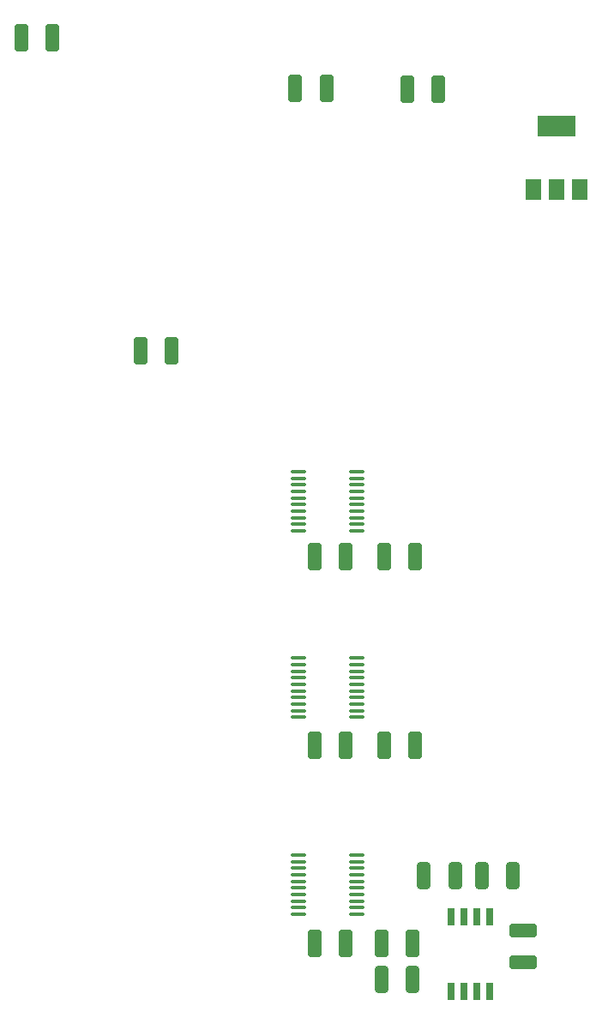
<source format=gbr>
%TF.GenerationSoftware,KiCad,Pcbnew,(6.0.8-1)-1*%
%TF.CreationDate,2023-09-26T17:12:20+03:00*%
%TF.ProjectId,A410_Podule_Ram_RPI,41343130-5f50-46f6-9475-6c655f52616d,rev?*%
%TF.SameCoordinates,Original*%
%TF.FileFunction,Paste,Top*%
%TF.FilePolarity,Positive*%
%FSLAX46Y46*%
G04 Gerber Fmt 4.6, Leading zero omitted, Abs format (unit mm)*
G04 Created by KiCad (PCBNEW (6.0.8-1)-1) date 2023-09-26 17:12:20*
%MOMM*%
%LPD*%
G01*
G04 APERTURE LIST*
G04 Aperture macros list*
%AMRoundRect*
0 Rectangle with rounded corners*
0 $1 Rounding radius*
0 $2 $3 $4 $5 $6 $7 $8 $9 X,Y pos of 4 corners*
0 Add a 4 corners polygon primitive as box body*
4,1,4,$2,$3,$4,$5,$6,$7,$8,$9,$2,$3,0*
0 Add four circle primitives for the rounded corners*
1,1,$1+$1,$2,$3*
1,1,$1+$1,$4,$5*
1,1,$1+$1,$6,$7*
1,1,$1+$1,$8,$9*
0 Add four rect primitives between the rounded corners*
20,1,$1+$1,$2,$3,$4,$5,0*
20,1,$1+$1,$4,$5,$6,$7,0*
20,1,$1+$1,$6,$7,$8,$9,0*
20,1,$1+$1,$8,$9,$2,$3,0*%
G04 Aperture macros list end*
%ADD10RoundRect,0.250000X-0.400000X-1.075000X0.400000X-1.075000X0.400000X1.075000X-0.400000X1.075000X0*%
%ADD11RoundRect,0.100000X0.637500X0.100000X-0.637500X0.100000X-0.637500X-0.100000X0.637500X-0.100000X0*%
%ADD12RoundRect,0.250000X-1.100000X0.412500X-1.100000X-0.412500X1.100000X-0.412500X1.100000X0.412500X0*%
%ADD13R,0.650000X1.700000*%
%ADD14R,1.500000X2.000000*%
%ADD15R,3.800000X2.000000*%
%ADD16RoundRect,0.250000X0.412500X1.100000X-0.412500X1.100000X-0.412500X-1.100000X0.412500X-1.100000X0*%
%ADD17RoundRect,0.250000X-0.412500X-1.100000X0.412500X-1.100000X0.412500X1.100000X-0.412500X1.100000X0*%
G04 APERTURE END LIST*
D10*
%TO.C,R3*%
X133578000Y-124714000D03*
X136678000Y-124714000D03*
%TD*%
D11*
%TO.C,U6*%
X121226500Y-109097000D03*
X121226500Y-108447000D03*
X121226500Y-107797000D03*
X121226500Y-107147000D03*
X121226500Y-106497000D03*
X121226500Y-105847000D03*
X121226500Y-105197000D03*
X121226500Y-104547000D03*
X121226500Y-103897000D03*
X121226500Y-103247000D03*
X115501500Y-103247000D03*
X115501500Y-103897000D03*
X115501500Y-104547000D03*
X115501500Y-105197000D03*
X115501500Y-105847000D03*
X115501500Y-106497000D03*
X115501500Y-107147000D03*
X115501500Y-107797000D03*
X115501500Y-108447000D03*
X115501500Y-109097000D03*
%TD*%
D12*
%TO.C,C2*%
X137668000Y-130136500D03*
X137668000Y-133261500D03*
%TD*%
D13*
%TO.C,U8*%
X130556000Y-136111000D03*
X131826000Y-136111000D03*
X133096000Y-136111000D03*
X134366000Y-136111000D03*
X134366000Y-128811000D03*
X133096000Y-128811000D03*
X131826000Y-128811000D03*
X130556000Y-128811000D03*
%TD*%
D11*
%TO.C,U5*%
X121226500Y-128528000D03*
X121226500Y-127878000D03*
X121226500Y-127228000D03*
X121226500Y-126578000D03*
X121226500Y-125928000D03*
X121226500Y-125278000D03*
X121226500Y-124628000D03*
X121226500Y-123978000D03*
X121226500Y-123328000D03*
X121226500Y-122678000D03*
X115501500Y-122678000D03*
X115501500Y-123328000D03*
X115501500Y-123978000D03*
X115501500Y-124628000D03*
X115501500Y-125278000D03*
X115501500Y-125928000D03*
X115501500Y-126578000D03*
X115501500Y-127228000D03*
X115501500Y-127878000D03*
X115501500Y-128528000D03*
%TD*%
D14*
%TO.C,U9*%
X138670000Y-56998000D03*
X140970000Y-56998000D03*
D15*
X140970000Y-50698000D03*
D14*
X143270000Y-56998000D03*
%TD*%
D10*
%TO.C,R2*%
X127889000Y-124714000D03*
X130989000Y-124714000D03*
%TD*%
%TO.C,R4*%
X123672000Y-135001000D03*
X126772000Y-135001000D03*
%TD*%
D11*
%TO.C,U7*%
X121226500Y-90682000D03*
X121226500Y-90032000D03*
X121226500Y-89382000D03*
X121226500Y-88732000D03*
X121226500Y-88082000D03*
X121226500Y-87432000D03*
X121226500Y-86782000D03*
X121226500Y-86132000D03*
X121226500Y-85482000D03*
X121226500Y-84832000D03*
X115501500Y-84832000D03*
X115501500Y-85482000D03*
X115501500Y-86132000D03*
X115501500Y-86782000D03*
X115501500Y-87432000D03*
X115501500Y-88082000D03*
X115501500Y-88732000D03*
X115501500Y-89382000D03*
X115501500Y-90032000D03*
X115501500Y-90682000D03*
%TD*%
D16*
%TO.C,C3*%
X118275500Y-46990000D03*
X115150500Y-46990000D03*
%TD*%
%TO.C,C12*%
X91224500Y-42037000D03*
X88099500Y-42037000D03*
%TD*%
D17*
%TO.C,C7*%
X117055500Y-111887000D03*
X120180500Y-111887000D03*
%TD*%
D16*
%TO.C,C9*%
X127038500Y-93218000D03*
X123913500Y-93218000D03*
%TD*%
%TO.C,C10*%
X127038500Y-111887000D03*
X123913500Y-111887000D03*
%TD*%
%TO.C,C5*%
X129324500Y-47117000D03*
X126199500Y-47117000D03*
%TD*%
D17*
%TO.C,C6*%
X117055500Y-131445000D03*
X120180500Y-131445000D03*
%TD*%
D16*
%TO.C,C11*%
X126784500Y-131445000D03*
X123659500Y-131445000D03*
%TD*%
D17*
%TO.C,C8*%
X117055500Y-93218000D03*
X120180500Y-93218000D03*
%TD*%
D16*
%TO.C,C4*%
X102997000Y-72898000D03*
X99872000Y-72898000D03*
%TD*%
M02*

</source>
